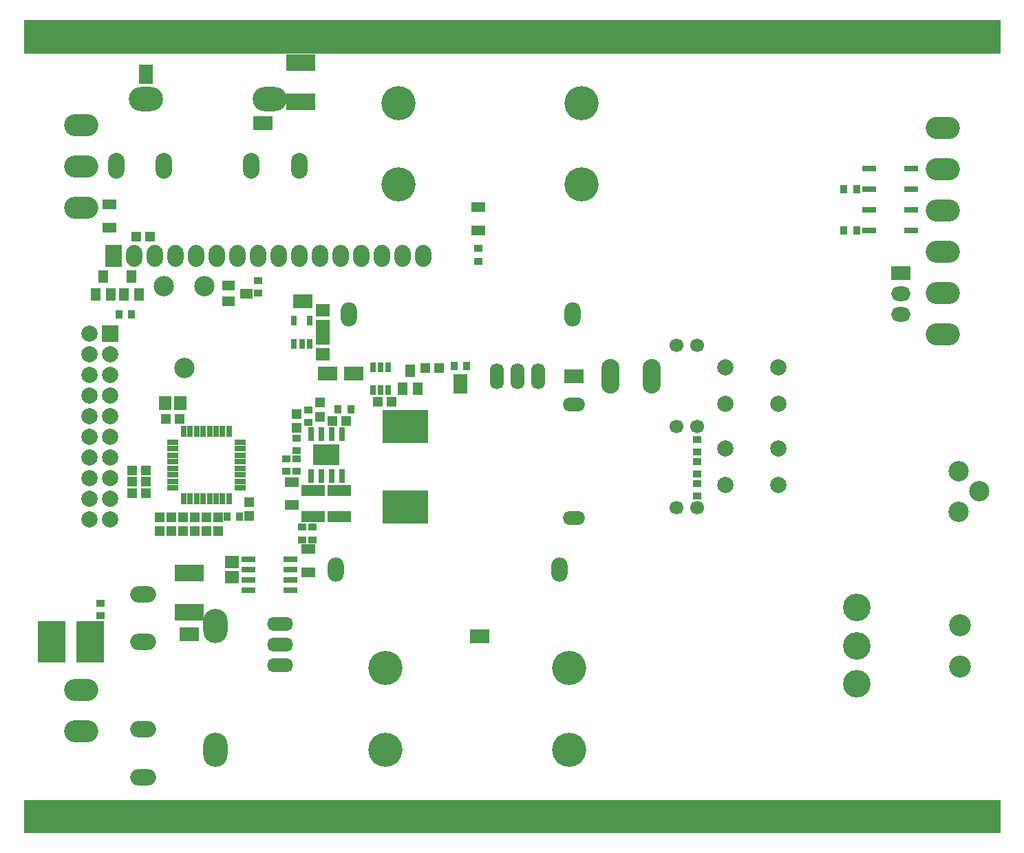
<source format=gbs>
G04 --- HEADER BEGIN --- *
%TF.GenerationSoftware,LibrePCB,LibrePCB,0.1.4*%
%TF.CreationDate,2020-06-28T21:35:14*%
%TF.ProjectId,Hydro Battery Charger - default,71762d7e-e7f1-403c-8020-db9670c01e9b,v4*%
%TF.Part,Single*%
%FSLAX66Y66*%
%MOMM*%
G01*
G74*
G04 --- HEADER END --- *
G04 --- APERTURE LIST BEGIN --- *
%ADD10C,1.7*%
%ADD11R,1.7X1.5*%
%ADD12C,2.0*%
%ADD13R,1.735X0.68*%
%ADD14R,1.735X0.75*%
%ADD15R,2.39X1.787*%
%ADD16R,1.2X1.3*%
%ADD17C,2.5*%
%ADD18R,0.8X1.3*%
%ADD19R,1.0X0.95*%
%ADD20O,3.2X2.0*%
%ADD21R,2.9X1.4*%
%ADD22R,3.4X5.2*%
%ADD23O,3.2X1.7*%
%ADD24R,1.3X1.2*%
%ADD25R,1.6X1.2*%
%ADD26R,0.68X1.735*%
%ADD27R,3.3X2.6*%
%ADD28O,4.2X3.0*%
%ADD29R,1.2X1.6*%
%ADD30R,1.8X1.25*%
%ADD31R,5.7X4.05*%
%ADD32O,4.2X2.74*%
%ADD33R,0.95X1.0*%
%ADD34C,4.2*%
%ADD35R,2.0X2.0*%
%ADD36R,1.787X2.39*%
%ADD37O,2.232X4.264*%
%ADD38O,2.39X1.787*%
%ADD39C,3.4*%
%ADD40C,2.7*%
%ADD41R,3.6X2.1*%
%ADD42O,2.0X2.7*%
%ADD43R,2.0X2.7*%
%ADD44O,2.0X3.0*%
%ADD45R,0.65X1.4*%
%ADD46R,1.4X0.65*%
%ADD47O,3.0X4.2*%
%ADD48O,2.74X1.7*%
%ADD49O,2.0X3.2*%
%ADD50O,1.7X3.2*%
%ADD51R,1.5X1.7*%
%ADD52C,0.0*%
G04 --- APERTURE LIST END --- *
G04 --- BOARD BEGIN --- *
D10*
X80230000Y50000000D03*
X82770000Y50000000D03*
D11*
X25558750Y33335000D03*
X25558750Y31435000D03*
D12*
X92750000Y42755000D03*
X86250000Y47245000D03*
X92750000Y47245000D03*
X86250000Y42755000D03*
D13*
X32745500Y32385000D03*
X27579500Y29845000D03*
X32745500Y33655000D03*
X27579500Y32385000D03*
X27579500Y31115000D03*
X32745500Y31115000D03*
X27579500Y33655000D03*
X32745500Y29845000D03*
D14*
X103938250Y79216250D03*
X103938250Y81756250D03*
X109104250Y81756250D03*
X109104250Y79216250D03*
D15*
X40481250Y56515000D03*
D16*
X22383750Y38791250D03*
X22383750Y37091250D03*
D17*
X114950000Y44500000D03*
X117450000Y42000000D03*
X114950000Y39500000D03*
D18*
X35081250Y62995000D03*
X33181250Y60195000D03*
X34131250Y60195000D03*
X35081250Y60195000D03*
X33181250Y62995000D03*
D19*
X28733750Y67926250D03*
X28733750Y66376250D03*
D20*
X14605000Y12697500D03*
X14605000Y6847500D03*
X14605000Y29347500D03*
X14605000Y23497500D03*
D21*
X35560000Y38881250D03*
X35560000Y42081250D03*
D22*
X3352800Y23495000D03*
X8077200Y23495000D03*
D16*
X18097500Y37091250D03*
X18097500Y38791250D03*
D23*
X31432500Y20637500D03*
X31432500Y23177500D03*
X31432500Y25717500D03*
D19*
X82796250Y43002500D03*
X82796250Y41452500D03*
D24*
X14978750Y44608750D03*
X13278750Y44608750D03*
D25*
X25093750Y67307500D03*
X27293750Y66357500D03*
X25093750Y65407500D03*
D19*
X33496250Y44468750D03*
X33496250Y46018750D03*
D26*
X36517500Y49096750D03*
X36507500Y43930750D03*
X37777500Y43930750D03*
X39047500Y43930750D03*
X35237500Y43930750D03*
D27*
X37147500Y46513750D03*
D26*
X39057500Y49096750D03*
X35247500Y49096750D03*
X37787500Y49096750D03*
D28*
X14922500Y90328750D03*
X30162500Y90328750D03*
D14*
X103938250Y74136250D03*
X103938250Y76676250D03*
X109104250Y76676250D03*
X109104250Y74136250D03*
D29*
X8733750Y66210000D03*
X9683750Y68410000D03*
X10633750Y66210000D03*
X46516250Y54621250D03*
X47466250Y56821250D03*
X48416250Y54621250D03*
D30*
X32861250Y40326250D03*
X32861250Y43176250D03*
D31*
X46873868Y50011154D03*
X46873868Y40061154D03*
D16*
X16668750Y37091250D03*
X16668750Y38791250D03*
D19*
X82796250Y46850000D03*
X82796250Y48400000D03*
X34131250Y36055000D03*
X34131250Y37605000D03*
D15*
X67627500Y56197500D03*
D30*
X10477500Y74457500D03*
X10477500Y77307500D03*
D19*
X35401250Y36055000D03*
X35401250Y37605000D03*
D24*
X14978750Y41751250D03*
X13278750Y41751250D03*
X51015000Y57150000D03*
X49315000Y57150000D03*
D19*
X82796250Y44151250D03*
X82796250Y45701250D03*
X34925000Y52051250D03*
X34925000Y50501250D03*
D10*
X80230000Y60000000D03*
X82770000Y60000000D03*
D15*
X37306250Y56515000D03*
D32*
X7000000Y76920000D03*
X7000000Y82000000D03*
X7000000Y87080000D03*
D19*
X55880000Y71895000D03*
X55880000Y70345000D03*
X9366250Y26688750D03*
X9366250Y28238750D03*
D15*
X56038750Y24130000D03*
X20320000Y24447500D03*
D16*
X20955000Y37091250D03*
X20955000Y38791250D03*
D30*
X34925000Y32071250D03*
X34925000Y34921250D03*
D33*
X24942500Y38893750D03*
X26492500Y38893750D03*
D34*
X44450000Y10240000D03*
X44450000Y20240000D03*
D12*
X8030000Y51276250D03*
X10570000Y56356250D03*
X8030000Y58896250D03*
X8030000Y41116250D03*
X10570000Y53816250D03*
X10570000Y46196250D03*
X8030000Y46196250D03*
X8030000Y48736250D03*
X8030000Y53816250D03*
X10570000Y48736250D03*
X10570000Y38576250D03*
X10570000Y43656250D03*
X10570000Y51276250D03*
D35*
X10570000Y61436250D03*
D12*
X8030000Y61436250D03*
X8030000Y38576250D03*
X10570000Y58896250D03*
X10570000Y41116250D03*
X8030000Y43656250D03*
X8030000Y56356250D03*
D36*
X53657500Y55245000D03*
D16*
X36353750Y51220000D03*
X36353750Y52920000D03*
D33*
X11607500Y63817500D03*
X13157500Y63817500D03*
D36*
X14922500Y93345000D03*
D37*
X77152500Y56197500D03*
X72072500Y56197500D03*
D15*
X107791250Y68897500D03*
D38*
X107791250Y63817500D03*
X107791250Y66357500D03*
D32*
X113000000Y86700000D03*
X113000000Y76540000D03*
X113000000Y66380000D03*
X113000000Y81620000D03*
X113000000Y61300000D03*
X113000000Y71460000D03*
D39*
X102380000Y27700000D03*
D40*
X115080000Y20460000D03*
D39*
X102380000Y23000000D03*
D40*
X115080000Y25540000D03*
D39*
X102380000Y18300000D03*
D41*
X20320000Y31927500D03*
X20320000Y27127500D03*
D33*
X38595000Y52070000D03*
X40145000Y52070000D03*
D41*
X33972500Y94792500D03*
X33972500Y89992500D03*
D42*
X21160000Y71000000D03*
X31320000Y71000000D03*
X33860000Y71000000D03*
X16080000Y71000000D03*
X36400000Y71000000D03*
X44020000Y71000000D03*
X46560000Y71000000D03*
X28780000Y71000000D03*
X18620000Y71000000D03*
X23700000Y71000000D03*
X13540000Y71000000D03*
X38940000Y71000000D03*
X49100000Y71000000D03*
X41480000Y71000000D03*
D43*
X11000000Y71000000D03*
D42*
X26240000Y71000000D03*
D44*
X39907500Y63817500D03*
X67407500Y63817500D03*
D29*
X12226250Y66210000D03*
X13176250Y68410000D03*
X14126250Y66210000D03*
D24*
X43441250Y53022500D03*
X45141250Y53022500D03*
D11*
X36671250Y58898750D03*
X36671250Y60798750D03*
D34*
X46037500Y89772500D03*
X46037500Y79772500D03*
D24*
X13278750Y43180000D03*
X14978750Y43180000D03*
D18*
X43815000Y57280000D03*
X43815000Y54480000D03*
X44765000Y57280000D03*
X44765000Y54480000D03*
X42865000Y54480000D03*
X42865000Y57280000D03*
D45*
X21983750Y49393750D03*
X25183750Y49393750D03*
X21183750Y49393750D03*
D46*
X26533750Y46443750D03*
X26533750Y48043750D03*
D45*
X20383750Y41093750D03*
D46*
X26533750Y42443750D03*
X26533750Y44043750D03*
D45*
X19583750Y49393750D03*
X23583750Y41093750D03*
D46*
X18233750Y44843750D03*
D45*
X20383750Y49393750D03*
D46*
X18233750Y44043750D03*
D45*
X19583750Y41093750D03*
X25183750Y41093750D03*
D46*
X18233750Y46443750D03*
X18233750Y43243750D03*
X18233750Y45643750D03*
X26533750Y47243750D03*
D45*
X22783750Y41093750D03*
D46*
X26533750Y45643750D03*
D45*
X24383750Y49393750D03*
X21183750Y41093750D03*
D46*
X26533750Y43243750D03*
D45*
X24383750Y41093750D03*
D46*
X18233750Y48043750D03*
D45*
X23583750Y49393750D03*
D46*
X18233750Y42443750D03*
X26533750Y44843750D03*
D45*
X22783750Y49393750D03*
D46*
X18233750Y47243750D03*
D45*
X21983750Y41093750D03*
D10*
X80230000Y40000000D03*
X82770000Y40000000D03*
D33*
X102375000Y74136250D03*
X100825000Y74136250D03*
D47*
X23495000Y10160000D03*
X23495000Y25400000D03*
D19*
X33496250Y48558750D03*
X33496250Y47008750D03*
D34*
X68580000Y89772500D03*
X68580000Y79772500D03*
D24*
X17406250Y50958750D03*
X19106250Y50958750D03*
D15*
X29368750Y87312500D03*
D33*
X102375000Y79216250D03*
X100825000Y79216250D03*
D19*
X32226250Y44468750D03*
X32226250Y46018750D03*
D33*
X54432500Y57467500D03*
X52882500Y57467500D03*
D48*
X67627500Y52720000D03*
X67627500Y38720000D03*
D16*
X19526250Y37091250D03*
X19526250Y38791250D03*
X33496250Y49791250D03*
X33496250Y51491250D03*
D11*
X36671250Y64291250D03*
X36671250Y62391250D03*
D49*
X27942500Y82073750D03*
X33792500Y82073750D03*
X11292500Y82073750D03*
X17142500Y82073750D03*
D30*
X55880000Y76990000D03*
X55880000Y74140000D03*
D24*
X15455000Y73342500D03*
X13755000Y73342500D03*
D17*
X19685000Y57230000D03*
X22185000Y67230000D03*
X17185000Y67230000D03*
D24*
X39585000Y50641250D03*
X37885000Y50641250D03*
D50*
X63182500Y56197500D03*
X60642500Y56197500D03*
X58102500Y56197500D03*
D21*
X38735000Y42085036D03*
X38735000Y38885036D03*
D34*
X66992500Y10240000D03*
X66992500Y20240000D03*
D32*
X7000000Y17540000D03*
X7000000Y12460000D03*
D15*
X34290000Y65405000D03*
D12*
X86250000Y57245000D03*
X92750000Y52755000D03*
X86250000Y52755000D03*
X92750000Y57245000D03*
D44*
X38320000Y32385000D03*
X65820000Y32385000D03*
D16*
X27622500Y40696250D03*
X27622500Y38996250D03*
D51*
X19206250Y52863750D03*
X17306250Y52863750D03*
D16*
X23812500Y38791250D03*
X23812500Y37091250D03*
D52*
X0Y0D02*
X120000000Y0D01*
X120000000Y4000000D01*
X0Y4000000D01*
X0Y0D01*
G36*
X0Y0D02*
X120000000Y0D01*
X120000000Y4000000D01*
X0Y4000000D01*
X0Y0D01*
G37*
X0Y100000000D02*
X120000000Y100000000D01*
X120000000Y96000000D01*
X0Y96000000D01*
X0Y100000000D01*
G36*
X0Y100000000D02*
X120000000Y100000000D01*
X120000000Y96000000D01*
X0Y96000000D01*
X0Y100000000D01*
G37*
G04 --- BOARD END --- *
%TF.MD5,39f16bc4338615bcf1b0bc262dd067aa*%
M02*

</source>
